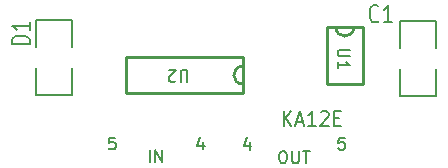
<source format=gto>
G04 #@! TF.GenerationSoftware,KiCad,Pcbnew,6.0.11-2627ca5db0~126~ubuntu20.04.1*
G04 #@! TF.CreationDate,2023-03-27T19:11:57+02:00*
G04 #@! TF.ProjectId,KA12,4b413132-2e6b-4696-9361-645f70636258,rev?*
G04 #@! TF.SameCoordinates,Original*
G04 #@! TF.FileFunction,Legend,Top*
G04 #@! TF.FilePolarity,Positive*
%FSLAX46Y46*%
G04 Gerber Fmt 4.6, Leading zero omitted, Abs format (unit mm)*
G04 Created by KiCad (PCBNEW 6.0.11-2627ca5db0~126~ubuntu20.04.1) date 2023-03-27 19:11:57*
%MOMM*%
%LPD*%
G01*
G04 APERTURE LIST*
%ADD10C,0.152400*%
%ADD11C,0.150000*%
%ADD12C,0.200000*%
%ADD13C,0.254000*%
G04 APERTURE END LIST*
D10*
X116979095Y-110919380D02*
X116979095Y-110096904D01*
X116930714Y-110000142D01*
X116882333Y-109951761D01*
X116785571Y-109903380D01*
X116592047Y-109903380D01*
X116495285Y-109951761D01*
X116446904Y-110000142D01*
X116398523Y-110096904D01*
X116398523Y-110919380D01*
X115963095Y-110822619D02*
X115914714Y-110871000D01*
X115817952Y-110919380D01*
X115576047Y-110919380D01*
X115479285Y-110871000D01*
X115430904Y-110822619D01*
X115382523Y-110725857D01*
X115382523Y-110629095D01*
X115430904Y-110483952D01*
X116011476Y-109903380D01*
X115382523Y-109903380D01*
X130731380Y-108191904D02*
X129908904Y-108191904D01*
X129812142Y-108240285D01*
X129763761Y-108288666D01*
X129715380Y-108385428D01*
X129715380Y-108578952D01*
X129763761Y-108675714D01*
X129812142Y-108724095D01*
X129908904Y-108772476D01*
X130731380Y-108772476D01*
X129715380Y-109788476D02*
X129715380Y-109207904D01*
X129715380Y-109498190D02*
X130731380Y-109498190D01*
X130586238Y-109401428D01*
X130489476Y-109304666D01*
X130441095Y-109207904D01*
X125113142Y-114671323D02*
X125113142Y-113401323D01*
X125766285Y-114671323D02*
X125276428Y-113945609D01*
X125766285Y-113401323D02*
X125113142Y-114127038D01*
X126201714Y-114308466D02*
X126746000Y-114308466D01*
X126092857Y-114671323D02*
X126473857Y-113401323D01*
X126854857Y-114671323D01*
X127834571Y-114671323D02*
X127181428Y-114671323D01*
X127508000Y-114671323D02*
X127508000Y-113401323D01*
X127399142Y-113582752D01*
X127290285Y-113703704D01*
X127181428Y-113764180D01*
X128270000Y-113522276D02*
X128324428Y-113461800D01*
X128433285Y-113401323D01*
X128705428Y-113401323D01*
X128814285Y-113461800D01*
X128868714Y-113522276D01*
X128923142Y-113643228D01*
X128923142Y-113764180D01*
X128868714Y-113945609D01*
X128215571Y-114671323D01*
X128923142Y-114671323D01*
X129413000Y-114006085D02*
X129794000Y-114006085D01*
X129957285Y-114671323D02*
X129413000Y-114671323D01*
X129413000Y-113401323D01*
X129957285Y-113401323D01*
X124968000Y-116791619D02*
X125161523Y-116791619D01*
X125258285Y-116840000D01*
X125355047Y-116936761D01*
X125403428Y-117130285D01*
X125403428Y-117468952D01*
X125355047Y-117662476D01*
X125258285Y-117759238D01*
X125161523Y-117807619D01*
X124968000Y-117807619D01*
X124871238Y-117759238D01*
X124774476Y-117662476D01*
X124726095Y-117468952D01*
X124726095Y-117130285D01*
X124774476Y-116936761D01*
X124871238Y-116840000D01*
X124968000Y-116791619D01*
X125838857Y-116791619D02*
X125838857Y-117614095D01*
X125887238Y-117710857D01*
X125935619Y-117759238D01*
X126032380Y-117807619D01*
X126225904Y-117807619D01*
X126322666Y-117759238D01*
X126371047Y-117710857D01*
X126419428Y-117614095D01*
X126419428Y-116791619D01*
X126758095Y-116791619D02*
X127338666Y-116791619D01*
X127048380Y-117807619D02*
X127048380Y-116791619D01*
X122240523Y-115987285D02*
X122240523Y-116664619D01*
X121998619Y-115600238D02*
X121756714Y-116325952D01*
X122385666Y-116325952D01*
X130289904Y-115648619D02*
X129806095Y-115648619D01*
X129757714Y-116132428D01*
X129806095Y-116084047D01*
X129902857Y-116035666D01*
X130144761Y-116035666D01*
X130241523Y-116084047D01*
X130289904Y-116132428D01*
X130338285Y-116229190D01*
X130338285Y-116471095D01*
X130289904Y-116567857D01*
X130241523Y-116616238D01*
X130144761Y-116664619D01*
X129902857Y-116664619D01*
X129806095Y-116616238D01*
X129757714Y-116567857D01*
D11*
X118300476Y-115990714D02*
X118300476Y-116657380D01*
X118062380Y-115609761D02*
X117824285Y-116324047D01*
X118443333Y-116324047D01*
X110855095Y-115657380D02*
X110378904Y-115657380D01*
X110331285Y-116133571D01*
X110378904Y-116085952D01*
X110474142Y-116038333D01*
X110712238Y-116038333D01*
X110807476Y-116085952D01*
X110855095Y-116133571D01*
X110902714Y-116228809D01*
X110902714Y-116466904D01*
X110855095Y-116562142D01*
X110807476Y-116609761D01*
X110712238Y-116657380D01*
X110474142Y-116657380D01*
X110378904Y-116609761D01*
X110331285Y-116562142D01*
D12*
X133150000Y-105755214D02*
X133092857Y-105826642D01*
X132921428Y-105898071D01*
X132807142Y-105898071D01*
X132635714Y-105826642D01*
X132521428Y-105683785D01*
X132464285Y-105540928D01*
X132407142Y-105255214D01*
X132407142Y-105040928D01*
X132464285Y-104755214D01*
X132521428Y-104612357D01*
X132635714Y-104469500D01*
X132807142Y-104398071D01*
X132921428Y-104398071D01*
X133092857Y-104469500D01*
X133150000Y-104540928D01*
X134292857Y-105898071D02*
X133607142Y-105898071D01*
X133950000Y-105898071D02*
X133950000Y-104398071D01*
X133835714Y-104612357D01*
X133721428Y-104755214D01*
X133607142Y-104826642D01*
X103612071Y-107692714D02*
X102112071Y-107692714D01*
X102112071Y-107407000D01*
X102183500Y-107235571D01*
X102326357Y-107121285D01*
X102469214Y-107064142D01*
X102754928Y-107007000D01*
X102969214Y-107007000D01*
X103254928Y-107064142D01*
X103397785Y-107121285D01*
X103540642Y-107235571D01*
X103612071Y-107407000D01*
X103612071Y-107692714D01*
X103612071Y-105864142D02*
X103612071Y-106549857D01*
X103612071Y-106207000D02*
X102112071Y-106207000D01*
X102326357Y-106321285D01*
X102469214Y-106435571D01*
X102540642Y-106549857D01*
D10*
X113767809Y-117680619D02*
X113767809Y-116664619D01*
X114251619Y-117680619D02*
X114251619Y-116664619D01*
X114832190Y-117680619D01*
X114832190Y-116664619D01*
D12*
X138049000Y-105791000D02*
X135001000Y-105791000D01*
X138049000Y-112141000D02*
X135001000Y-112141000D01*
X135001000Y-112141000D02*
X135001000Y-109855000D01*
X138049000Y-112141000D02*
X138049000Y-109855000D01*
X135001000Y-105791000D02*
X135001000Y-108077000D01*
X138049000Y-105791000D02*
X138049000Y-108077000D01*
D13*
X131826000Y-106299000D02*
X131826000Y-111125000D01*
X131826000Y-111125000D02*
X128778000Y-111125000D01*
X128778000Y-106299000D02*
X128778000Y-111125000D01*
X128778000Y-106299000D02*
X131826000Y-106299000D01*
X129540000Y-106299000D02*
G75*
G03*
X131064000Y-106299000I762000J0D01*
G01*
D12*
X104140000Y-112014000D02*
X104140000Y-109728000D01*
X107188000Y-112014000D02*
X107188000Y-109728000D01*
X104140000Y-112014000D02*
X107188000Y-112014000D01*
X104140000Y-105664000D02*
X107188000Y-105664000D01*
X104140000Y-105664000D02*
X104140000Y-107950000D01*
X107188000Y-105664000D02*
X107188000Y-107950000D01*
D13*
X121666000Y-111887000D02*
X111760000Y-111887000D01*
X121666000Y-108839000D02*
X121666000Y-111887000D01*
X121666000Y-108839000D02*
X111760000Y-108839000D01*
X111760000Y-111887000D02*
X111760000Y-108839000D01*
X121666000Y-109601000D02*
G75*
G03*
X121666000Y-111125000I0J-762000D01*
G01*
M02*

</source>
